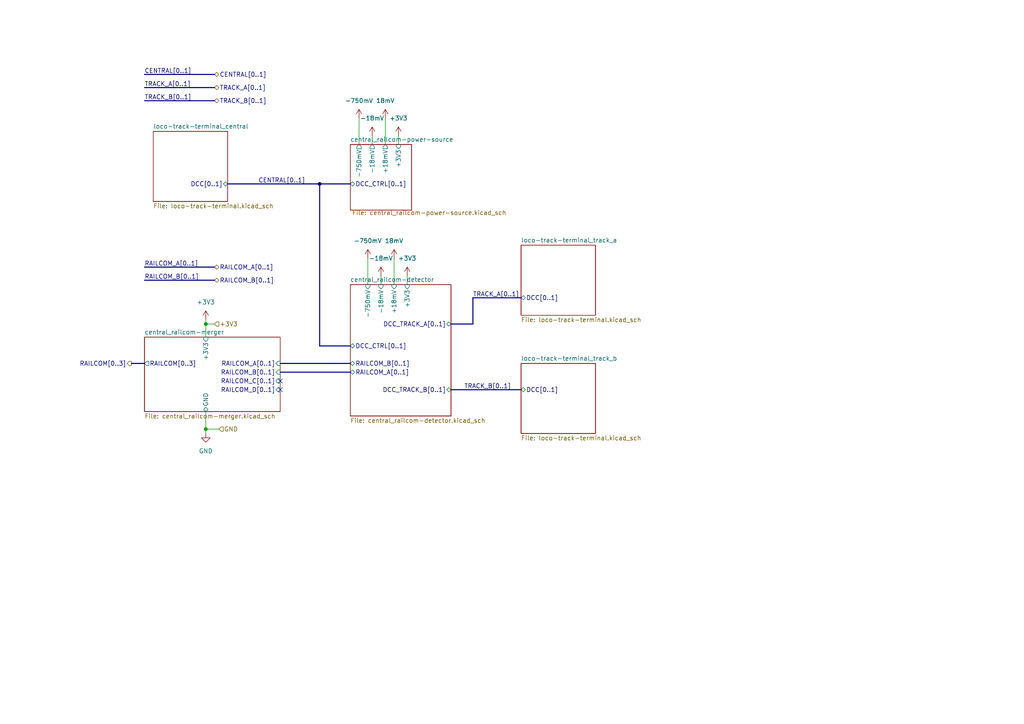
<source format=kicad_sch>
(kicad_sch (version 20231120) (generator "eeschema") (generator_version "8.0")
  (paper "A4")
  (lib_symbols
    (symbol "power:+3V3" (power) (pin_names (offset 0))
      (property "Value" "+3V3" (at 0 3.556 0))
      (symbol "+3V3_0_1"
        (polyline (pts (xy -0.762 1.27) (xy 0 2.54)))
        (polyline (pts (xy 0 0) (xy 0 2.54)))
        (polyline (pts (xy 0 2.54) (xy 0.762 1.27)))
      )
      (symbol "+3V3_1_1"
        (pin power_in line (at 0 0 90) (length 0) hide (name "+3V3") (number "1"))
      )
    )
    (symbol "power:GND" (power) (pin_names (offset 0))
      (property "Value" "GND" (at 0 -3.81 0))
      (symbol "GND_0_1"
        (polyline (pts (xy 0 0) (xy 0 -1.27) (xy 1.27 -1.27) (xy 0 -2.54) (xy -1.27 -1.27) (xy 0 -1.27)))
      )
      (symbol "GND_1_1"
        (pin power_in line (at 0 0 270) (length 0) hide (name "GND") (number "1"))
      )
    )
  )
  (junction (at 59.69 93.98))
  (junction (at 92.71 53.34))
  (junction (at 59.69 124.46))
  (no_connect (at 81.28 113.03))
  (no_connect (at 81.28 110.49))
  (bus (pts (xy 41.91 77.47) (xy 62.23 77.47)))
  (bus (pts (xy 38.1 105.41) (xy 41.91 105.41)))
  (wire (pts (xy 59.69 92.71) (xy 59.69 93.98)))
  (bus (pts (xy 81.28 105.41) (xy 101.6 105.41)))
  (bus (pts (xy 66.04 53.34) (xy 92.71 53.34)))
  (wire (pts (xy 104.14 34.29) (xy 104.14 41.91)))
  (bus (pts (xy 137.16 86.36) (xy 151.13 86.36)))
  (bus (pts (xy 41.91 29.21) (xy 62.23 29.21)))
  (wire (pts (xy 106.68 74.93) (xy 106.68 82.55)))
  (wire (pts (xy 62.23 93.98) (xy 59.69 93.98)))
  (wire (pts (xy 107.95 39.37) (xy 107.95 41.91)))
  (wire (pts (xy 111.76 34.29) (xy 111.76 41.91)))
  (wire (pts (xy 59.69 119.38) (xy 59.69 124.46)))
  (wire (pts (xy 115.57 39.37) (xy 115.57 41.91)))
  (wire (pts (xy 114.3 74.93) (xy 114.3 82.55)))
  (bus (pts (xy 92.71 53.34) (xy 92.71 100.33)))
  (wire (pts (xy 63.5 124.46) (xy 59.69 124.46)))
  (wire (pts (xy 110.49 80.01) (xy 110.49 82.55)))
  (bus (pts (xy 137.16 93.98) (xy 137.16 86.36)))
  (bus (pts (xy 81.28 107.95) (xy 101.6 107.95)))
  (bus (pts (xy 41.91 25.4) (xy 62.23 25.4)))
  (wire (pts (xy 118.11 80.01) (xy 118.11 82.55)))
  (bus (pts (xy 41.91 81.28) (xy 62.23 81.28)))
  (bus (pts (xy 41.91 21.59) (xy 62.23 21.59)))
  (bus (pts (xy 130.81 113.03) (xy 151.13 113.03)))
  (wire (pts (xy 59.69 125.73) (xy 59.69 124.46)))
  (bus (pts (xy 130.81 93.98) (xy 137.16 93.98)))
  (bus (pts (xy 92.71 100.33) (xy 101.6 100.33)))
  (wire (pts (xy 59.69 93.98) (xy 59.69 97.79)))
  (bus (pts (xy 92.71 53.34) (xy 101.6 53.34)))
  (label "TRACK_B[0..1]" (at 41.91 29.21 0))
  (label "TRACK_A[0..1]" (at 41.91 25.4 0))
  (label "CENTRAL[0..1]" (at 41.91 21.59 0))
  (label "TRACK_A[0..1]" (at 137.16 86.36 0))
  (label "RAILCOM_A[0..1]" (at 41.91 77.47 0))
  (label "CENTRAL[0..1]" (at 74.93 53.34 0))
  (label "TRACK_B[0..1]" (at 134.62 113.03 0))
  (label "RAILCOM_B[0..1]" (at 41.91 81.28 0))
  (hierarchical_label "TRACK_A[0..1]" (shape bidirectional) (at 62.23 25.4 0))
  (hierarchical_label "TRACK_B[0..1]" (shape bidirectional) (at 62.23 29.21 0))
  (hierarchical_label "+3V3" (shape input) (at 62.23 93.98 0))
  (hierarchical_label "GND" (shape input) (at 63.5 124.46 0))
  (hierarchical_label "RAILCOM_B[0..1]" (shape bidirectional) (at 62.23 81.28 0))
  (hierarchical_label "RAILCOM_A[0..1]" (shape bidirectional) (at 62.23 77.47 0))
  (hierarchical_label "CENTRAL[0..1]" (shape bidirectional) (at 62.23 21.59 0))
  (hierarchical_label "RAILCOM[0..3]" (shape output) (at 38.1 105.41 180))
  (symbol (lib_id "power:+3V3") (at 114.3 74.93 0) (unit 1)
    (property "Reference" "#PWR02208" (effects (hide yes)))
    (property "Value" "18mV" (at 114.3 69.85 0))
    (property "Description" "Power symbol creates a global label with name \"+3V3\"" (effects (hide yes)))
  )
  (symbol (lib_id "power:+3V3") (at 59.69 92.71 0) (unit 1)
    (property "Reference" "#PWR02201" (effects (hide yes)))
    (property "Value" "+3V3" (at 59.69 87.63 0))
    (property "Description" "Power symbol creates a global label with name \"+3V3\"" (effects (hide yes)))
  )
  (symbol (lib_id "power:+3V3") (at 104.14 34.29 0) (unit 1)
    (property "Reference" "#PWR02203" (effects (hide yes)))
    (property "Value" "-750mV" (at 104.14 29.21 0))
    (property "Description" "Power symbol creates a global label with name \"+3V3\"" (effects (hide yes)))
  )
  (symbol (lib_id "power:+3V3") (at 111.76 34.29 0) (unit 1)
    (property "Reference" "#PWR02207" (effects (hide yes)))
    (property "Value" "18mV" (at 111.76 29.21 0))
    (property "Description" "Power symbol creates a global label with name \"+3V3\"" (effects (hide yes)))
  )
  (symbol (lib_id "power:+3V3") (at 118.11 80.01 0) (unit 1)
    (property "Reference" "#PWR02210" (effects (hide yes)))
    (property "Value" "+3V3" (at 118.11 74.93 0))
    (property "Description" "Power symbol creates a global label with name \"+3V3\"" (effects (hide yes)))
  )
  (symbol (lib_id "power:+3V3") (at 110.49 80.01 0) (unit 1)
    (property "Reference" "#PWR02206" (effects (hide yes)))
    (property "Value" "-18mV" (at 110.49 74.93 0))
    (property "Description" "Power symbol creates a global label with name \"+3V3\"" (effects (hide yes)))
  )
  (symbol (lib_id "power:+3V3") (at 115.57 39.37 0) (unit 1)
    (property "Reference" "#PWR02209" (effects (hide yes)))
    (property "Value" "+3V3" (at 115.57 34.29 0))
    (property "Description" "Power symbol creates a global label with name \"+3V3\"" (effects (hide yes)))
  )
  (symbol (lib_id "power:GND") (at 59.69 125.73 0) (mirror y) (unit 1)
    (property "Reference" "#PWR02202" (effects (hide yes)))
    (property "Value" "GND" (at 59.69 130.81 0))
    (property "Description" "Power symbol creates a global label with name \"GND\" , ground" (effects (hide yes)))
  )
  (symbol (lib_id "power:+3V3") (at 107.95 39.37 0) (unit 1)
    (property "Reference" "#PWR02205" (effects (hide yes)))
    (property "Value" "-18mV" (at 107.95 34.29 0))
    (property "Description" "Power symbol creates a global label with name \"+3V3\"" (effects (hide yes)))
  )
  (symbol (lib_id "power:+3V3") (at 106.68 74.93 0) (unit 1)
    (property "Reference" "#PWR02204" (effects (hide yes)))
    (property "Value" "-750mV" (at 106.68 69.85 0))
    (property "Description" "Power symbol creates a global label with name \"+3V3\"" (effects (hide yes)))
  )
  (sheet (at 151.13 71.12) (size 21.59 20.32) (stroke (width 0.1524))
    (property "Sheetname" "loco-track-terminal_track_a" (at 151.13 70.4084 0) (effects (justify left bottom)))
    (property "Sheetfile" "loco-track-terminal.kicad_sch" (at 151.13 92.0246 0) (effects (justify left top)))
    (pin "DCC[0..1]" bidirectional (at 151.13 86.36 180))
  )
  (sheet (at 101.6 41.91) (size 17.78 19.05) (stroke (width 0.1524))
    (property "Sheetname" "central_railcom-power-source" (at 101.6 41.1984 0) (effects (justify left bottom)))
    (property "Sheetfile" "central_railcom-power-source.kicad_sch" (at 102.108 60.96 0) (effects (justify left top)))
    (pin "DCC_CTRL[0..1]" bidirectional (at 101.6 53.34 180))
    (pin "+3V3" input (at 115.57 41.91 90))
    (pin "+18mV" output (at 111.76 41.91 90))
    (pin "-750mV" output (at 104.14 41.91 90))
    (pin "-18mV" output (at 107.95 41.91 90))
  )
  (sheet (at 41.91 97.79) (size 39.37 21.59) (stroke (width 0.1524))
    (property "Sheetname" "central_railcom-merger" (at 41.91 97.0784 0) (effects (justify left bottom)))
    (property "Sheetfile" "central_railcom-merger.kicad_sch" (at 41.91 119.9646 0) (effects (justify left top)))
    (pin "RAILCOM_D[0..1]" input (at 81.28 113.03 0))
    (pin "RAILCOM_C[0..1]" input (at 81.28 110.49 0))
    (pin "RAILCOM_B[0..1]" input (at 81.28 107.95 0))
    (pin "RAILCOM_A[0..1]" input (at 81.28 105.41 0))
    (pin "GND" bidirectional (at 59.69 119.38 270))
    (pin "RAILCOM[0..3]" output (at 41.91 105.41 180))
    (pin "+3V3" input (at 59.69 97.79 90))
  )
  (sheet (at 44.45 38.1) (size 21.59 20.32) (stroke (width 0.1524))
    (property "Sheetname" "loco-track-terminal_central" (at 44.45 37.3884 0) (effects (justify left bottom)))
    (property "Sheetfile" "loco-track-terminal.kicad_sch" (at 44.45 59.0046 0) (effects (justify left top)))
    (pin "DCC[0..1]" bidirectional (at 66.04 53.34 0))
  )
  (sheet (at 151.13 105.41) (size 21.59 20.32) (stroke (width 0.1524))
    (property "Sheetname" "loco-track-terminal_track_b" (at 151.13 104.6984 0) (effects (justify left bottom)))
    (property "Sheetfile" "loco-track-terminal.kicad_sch" (at 151.13 126.3146 0) (effects (justify left top)))
    (pin "DCC[0..1]" bidirectional (at 151.13 113.03 180))
  )
  (sheet (at 101.6 82.55) (size 29.21 38.1) (stroke (width 0.1524))
    (property "Sheetname" "central_railcom-detector" (at 101.6 81.8384 0) (effects (justify left bottom)))
    (property "Sheetfile" "central_railcom-detector.kicad_sch" (at 101.6 121.2346 0) (effects (justify left top)))
    (pin "DCC_CTRL[0..1]" bidirectional (at 101.6 100.33 180))
    (pin "DCC_TRACK_A[0..1]" bidirectional (at 130.81 93.98 0))
    (pin "DCC_TRACK_B[0..1]" bidirectional (at 130.81 113.03 0))
    (pin "-18mV" input (at 110.49 82.55 90))
    (pin "+18mV" input (at 114.3 82.55 90))
    (pin "-750mV" input (at 106.68 82.55 90))
    (pin "+3V3" input (at 118.11 82.55 90))
    (pin "RAILCOM_B[0..1]" bidirectional (at 101.6 105.41 180))
    (pin "RAILCOM_A[0..1]" bidirectional (at 101.6 107.95 180))
  )
)
</source>
